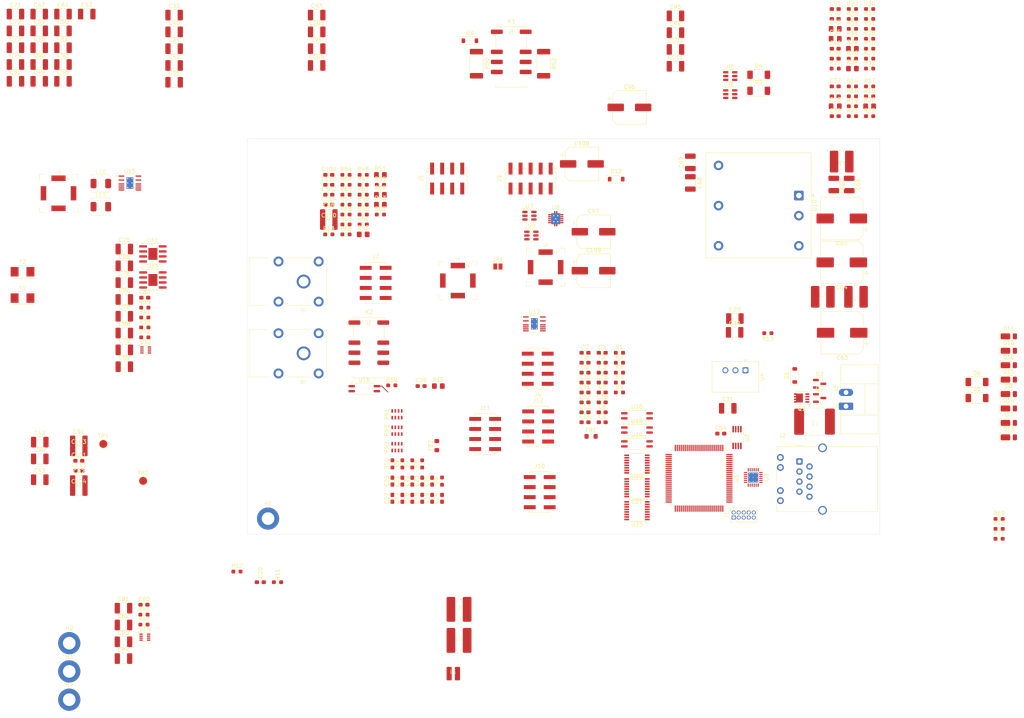
<source format=kicad_pcb>
(kicad_pcb (version 20241229) (generator "pcbnew") (generator_version "9.0")
  (layers (0 "F.Cu" signal) (2 "B.Cu" signal) (13 "F.Paste" user) (15 "B.Paste" user) (5 "F.SilkS" user "F.Silkscreen") (7 "B.SilkS" user "B.Silkscreen") (1 "F.Mask" user) (3 "B.Mask" user) (25 "Edge.Cuts" user))
  (net 0 "")
  (net 1 "GND")
  (net 2 "+3.3V")
  (net 3 "VDD")
  (net 4 "/Block Diagram/MCU/NRST")
  (net 5 "Net-(U1-PH0)")
  (net 6 "Net-(U1-PH1)")
  (net 7 "VDDA")
  (net 8 "Net-(U3-XTAL1{slash}CLKIN)")
  (net 9 "Net-(U3-XTAL2)")
  (net 10 "VCCQ")
  (net 11 "Net-(U3-VDDCR)")
  (net 12 "+24V")
  (net 13 "+24V_ISO")
  (net 14 "Net-(U5-INTVCC)")
  (net 15 "Net-(U6-INTVCC)")
  (net 16 "Net-(D11-A)")
  (net 17 "+44V_ISO")
  (net 18 "Net-(U6-SW)")
  (net 19 "Net-(U5-FBX)")
  (net 20 "/Block Diagram/Power/Power Isolated/High Voltage/+HV2")
  (net 21 "/Block Diagram/Power/Power Isolated/High Voltage/-HV2")
  (net 22 "Net-(U6-FBX)")
  (net 23 "/Block Diagram/Power/Power Isolated/High Voltage/+HV3")
  (net 24 "/Block Diagram/Power/Power Isolated/High Voltage/-HV3")
  (net 25 "/Block Diagram/Power/Power Isolated/High Voltage/+HV4")
  (net 26 "Net-(J3-Pin_1)")
  (net 29 "/Block Diagram/MCU/TCK_SWCLK")
  (net 31 "/Block Diagram/MCU/TMS_SWDIO")
  (net 33 "Net-(J2-Pad9)")
  (net 34 "Net-(J2-Pad11)")
  (net 36 "Earth")
  (net 37 "/Block Diagram/Ethernet/ETH_RXN")
  (net 38 "/Block Diagram/Ethernet/ETH_RXP")
  (net 39 "/Block Diagram/Ethernet/LED2")
  (net 40 "/Block Diagram/Ethernet/ETH_TXP")
  (net 41 "/Block Diagram/Ethernet/LED1")
  (net 42 "/Block Diagram/Ethernet/ETH_TXN")
  (net 43 "/Block Diagram/MCU/MCU_DEF")
  (net 44 "Net-(U1-BOOT0)")
  (net 45 "/Block Diagram/MCU/I2C1_SDA")
  (net 46 "/Block Diagram/MCU/I2C1_SCL")
  (net 47 "Net-(U3-RXER{slash}PHYAD0)")
  (net 48 "/Block Diagram/Ethernet/RMII_MDIO")
  (net 49 "Net-(U3-RBIAS)")
  (net 50 "Net-(C114-Pad1)")
  (net 51 "Net-(D6-A)")
  (net 52 "/Block Diagram/Ethernet/RMII_RXD1")
  (net 53 "/Block Diagram/Ethernet/REF_CLK")
  (net 54 "/Block Diagram/Ethernet/REFCLK0")
  (net 55 "/Block Diagram/Ethernet/RMII_RXD0")
  (net 56 "/Block Diagram/Ethernet/MODE0")
  (net 57 "/Block Diagram/Ethernet/RMII_CRS_DV")
  (net 58 "/Block Diagram/Ethernet/MODE1")
  (net 59 "/Block Diagram/Ethernet/MODE2")
  (net 70 "/Block Diagram/Isolation IO/DAC_SDIN")
  (net 75 "/Block Diagram/Isolation IO/SEL_x1")
  (net 79 "/Block Diagram/Isolation IO/AUX_SEL")
  (net 81 "/Block Diagram/Isolation IO/SEL_x10")
  (net 82 "/Block Diagram/Isolation IO/DAC_SCLK")
  (net 84 "/Block Diagram/Isolation IO/DAC_~{SYNC}")
  (net 93 "/Block Diagram/Isolation IO/DAC_SDO")
  (net 97 "/Block Diagram/Isolation IO/SEL_x100")
  (net 99 "/Block Diagram/Isolation IO/ADC_CURR_SDI")
  (net 102 "/Block Diagram/Isolation IO/ADC_CURR_SCLK")
  (net 104 "/Block Diagram/MCU/EEPROM_nWP")
  (net 105 "/Block Diagram/Isolation IO/ADC_CURR_~{CS}")
  (net 108 "/Block Diagram/Isolation IO/ADC_CURR_SDO")
  (net 109 "/Block Diagram/Isolation IO/MUX_A0")
  (net 122 "/Block Diagram/Ethernet/RMII_TXEN")
  (net 123 "/Block Diagram/Ethernet/RMII_TXD1")
  (net 124 "/Block Diagram/Ethernet/RMII_TXD0")
  (net 125 "/Block Diagram/Ethernet/RMII_MDC")
  (net 126 "+VA_ISO")
  (net 127 "+VD_ISO")
  (net 128 "Net-(U15-SS)")
  (net 129 "Net-(U15-INVTCC)")
  (net 130 "Net-(D4-A)")
  (net 131 "Net-(D15-A)")
  (net 132 "Net-(Q1-D)")
  (net 133 "Net-(U5-EN{slash}UVLO)")
  (net 134 "GND_ISO")
  (net 135 "Net-(U6-EN{slash}UVLO)")
  (net 136 "Net-(U9-INTVCC)")
  (net 137 "Net-(U9-SW)")
  (net 138 "Net-(U9-FBX)")
  (net 139 "Net-(U9-EN{slash}UVLO)")
  (net 140 "Net-(U15-EN{slash}UVLO)")
  (net 141 "Net-(U15-RT)")
  (net 142 "-21V_ISO")
  (net 143 "+21V_ISO")
  (net 144 "+7V_ISO")
  (net 145 "Net-(U15-VC)")
  (net 146 "Net-(R62-Pad2)")
  (net 147 "-41V_ISO")
  (net 148 "Net-(U13-SS)")
  (net 149 "+110V_ISO")
  (net 150 "-110V_ISO")
  (net 151 "Net-(U15-FBX)")
  (net 152 "/Block Diagram/Power/Power Isolated/High Voltage/-HV4")
  (net 153 "/Block Diagram/Power/Power Isolated/High Voltage/+HV1")
  (net 154 "/Block Diagram/Power/Power Isolated/High Voltage/-HV1")
  (net 156 "/Block Diagram/Isolation IO/ADC_VOLT_~{CS}")
  (net 157 "/Block Diagram/Isolation IO/MV_OUT_PMOS")
  (net 158 "/Block Diagram/Isolation IO/ADC_VOLT_SCLK")
  (net 159 "/Block Diagram/Isolation IO/ADC_VOLT_SDO")
  (net 160 "/Block Diagram/Isolation IO/MUX_A1")
  (net 161 "/Block Diagram/Isolation IO/LV_OUT_PMOS")
  (net 162 "/Block Diagram/Output/OUTPUT+")
  (net 163 "/Block Diagram/Output/OUTPUT-")
  (net 164 "/Block Diagram/Isolation IO/HV_OUT_PMOS")
  (net 165 "/Block Diagram/Isolation IO/MCU_SEL_x100")
  (net 166 "/Block Diagram/MCU/MCU_OUTPUT_RL_CTR")
  (net 167 "/Block Diagram/Isolation IO/MCU_DAC_SCLK")
  (net 168 "/Block Diagram/Isolation IO/MCU_LV_OUT_PMOS")
  (net 169 "/Block Diagram/Isolation IO/MCU_SEL_x10")
  (net 170 "/Block Diagram/Isolation IO/MCU_ADC_VOLT_~{CS}")
  (net 171 "/Block Diagram/Isolation IO/MCU_MV_OUT_PMOS")
  (net 172 "/Block Diagram/Isolation IO/MCU_DAC_SDIN")
  (net 173 "/Block Diagram/Isolation IO/MCU_AUX_SEL")
  (net 174 "/Block Diagram/Isolation IO/MCU_DAC_SDO")
  (net 175 "/Block Diagram/Isolation IO/MCU_DAC_~{SYNC}")
  (net 176 "/Block Diagram/Isolation IO/MCU_ADC_CURR_SDO")
  (net 177 "/Block Diagram/Isolation IO/MCU_ADC_CURR_~{CS}")
  (net 178 "/Block Diagram/Isolation IO/MCU_SEL_x1")
  (net 179 "/Block Diagram/Isolation IO/MCU_HV_OUT_PMOS")
  (net 180 "/Block Diagram/Isolation IO/MCU_ADC_VOLT_SCLK")
  (net 181 "/Block Diagram/Isolation IO/MCU_MUX_A1")
  (net 182 "/Block Diagram/Isolation IO/MCU_ADC_CURR_SDI")
  (net 183 "/Block Diagram/Isolation IO/MCU_ADC_VOLT_SDO")
  (net 184 "+5VD_ISO")
  (net 185 "/Block Diagram/Isolation IO/MCU_MUX_A0")
  (net 186 "/Block Diagram/Isolation IO/MCU_ADC_CURR_SCLK")
  (net 187 "Net-(R70-Pad2)")
  (net 188 "Net-(D3-A)")
  (net 189 "Net-(D5-A)")
  (net 190 "Net-(R71-Pad2)")
  (net 191 "Net-(J8-Pin_1)")
  (net 192 "Net-(U13-SENSE{slash}ADJ)")
  (net 193 "Net-(C5-Pad1)")
  (net 194 "Net-(C6-Pad1)")
  (net 195 "Net-(U7-SW)")
  (net 196 "Net-(U7-FBX)")
  (net 197 "Net-(D5-K)")
  (net 198 "Net-(U7-INTVCC)")
  (net 199 "Net-(U8-NR{slash}SS)")
  (net 200 "Net-(U8-INN)")
  (net 201 "Net-(C64-Pad1)")
  (net 202 "Net-(U10--Vin)")
  (net 203 "Net-(U10-+Vin)")
  (net 204 "Net-(U12-VCC)")
  (net 205 "Net-(U14-VCC)")
  (net 206 "Net-(D10-K)")
  (net 207 "Net-(C102-Pad1)")
  (net 208 "Net-(D14-K)")
  (net 209 "Net-(U17-SS)")
  (net 210 "Net-(U17-INVTCC)")
  (net 211 "Net-(D1-K)")
  (net 212 "Net-(D2-A)")
  (net 214 "Net-(D8-A)")
  (net 215 "Net-(D12-A)")
  (net 216 "Net-(D13-A)")
  (net 217 "Net-(J6-Pin_1)")
  (net 229 "Net-(K1-Pad3)")
  (net 231 "Net-(K1-Pad10)")
  (net 232 "Net-(U12-LX)")
  (net 233 "Net-(U14-LX)")
  (net 234 "Net-(R17-Pad2)")
  (net 235 "Net-(U7-EN{slash}UVLO)")
  (net 236 "Net-(R27-Pad2)")
  (net 237 "Net-(U8-FBN)")
  (net 238 "Net-(U8-BUF)")
  (net 239 "Net-(U8-FBP)")
  (net 240 "Net-(R30-Pad2)")
  (net 241 "Net-(R36-Pad2)")
  (net 242 "Net-(U11-SENSE{slash}ADJ)")
  (net 243 "Net-(U12-FB{slash}Vout)")
  (net 244 "Net-(U14-FB{slash}Vout)")
  (net 245 "Net-(R49-Pad2)")
  (net 246 "Net-(R58-Pad2)")
  (net 247 "Net-(U17-FBX)")
  (net 248 "Net-(U17-EN{slash}UVLO)")
  (net 249 "Net-(U17-VC)")
  (net 250 "Net-(U17-RT)")
  (net 251 "Net-(R69-Pad2)")
  (net 254 "Net-(U11-SS)")
  (footprint "ETH1CVOLT_A:74408063470" (layer "F.Cu") (at 128.6 168.05)
    (property "Reference" "L8")
    (property "Value" "74408063470")
  )
  (footprint "ETH1CVOLT_A:74489440068" (layer "F.Cu") (at 27.3 62.82)
    (property "Reference" "L3")
    (property "Value" "74489440068")
  )
  (footprint "Resistor_SMD:R_0603_1608Metric_Pad0.98x0.95mm_HandSolder" (layer "F.Cu") (at 265.1875 150.2)
    (property "Reference" "R71")
    (property "Value" "340")
  )
  (footprint "Resistor_SMD:R_0603_1608Metric_Pad0.98x0.95mm_HandSolder" (layer "F.Cu") (at 228.0875 43.32)
    (property "Reference" "R21")
    (property "Value" "DNP")
  )
  (footprint "Capacitor_SMD:C_0603_1608Metric_Pad1.08x0.95mm_HandSolder" (layer "F.Cu") (at 160.4625 108.18)
    (property "Reference" "C9")
    (property "Value" "0.1u")
  )
  (footprint "Capacitor_SMD:C_0603_1608Metric_Pad1.08x0.95mm_HandSolder" (layer "F.Cu") (at 164.8125 115.71)
    (property "Reference" "C16")
    (property "Value" "0.1u")
  )
  (footprint "Resistor_SMD:R_0603_1608Metric_Pad0.98x0.95mm_HandSolder" (layer "F.Cu") (at 100.0125 58.16)
    (property "Reference" "R54")
    (property "Value" "DNP")
  )
  (footprint "Capacitor_SMD:C_1210_3225Metric_Pad1.33x2.70mm_HandSolder" (layer "F.Cu") (at 198.3625 94.5)
    (property "Reference" "C29")
    (property "Value" "10u/100V")
  )
  (footprint "Resistor_SMD:R_0603_1608Metric_Pad0.98x0.95mm_HandSolder" (layer "F.Cu") (at 104.3625 63.18)
    (property "Reference" "R61")
    (property "Value" "20/200V")
  )
  (footprint "Connector_PinSocket_2.54mm:PinSocket_2x04_P2.54mm_Vertical_SMD" (layer "F.Cu") (at 107.52 85.49)
    (property "Reference" "J7")
    (property "Value" "Conn_02x04_Odd_Even")
  )
  (footprint "Resistor_SMD:R_0603_1608Metric_Pad0.98x0.95mm_HandSolder" (layer "F.Cu") (at 169.1625 105.67)
    (property "Reference" "R2")
    (property "Value" "0")
  )
  (footprint "Resistor_SMD:R_0603_1608Metric_Pad0.98x0.95mm_HandSolder" (layer "F.Cu") (at 232.4375 23.75)
    (property "Reference" "R28")
    (property "Value" "10k")
  )
  (footprint "Resistor_SMD:R_0805_2012Metric_Pad1.20x1.40mm_HandSolder" (layer "F.Cu") (at 232.4375 40.81)
    (property "Reference" "R20")
    (property "Value" "499k")
  )
  (footprint "Diode_SMD:D_PowerDI-123" (layer "F.Cu") (at 267.65 99)
    (property "Reference" "D11")
    (property "Value" "DFLS1150")
  )
  (footprint "Connector_Phoenix_MC:PhoenixContact_MC_1,5_2-GF-3.5_1x02_P3.50mm_Horizontal_ThreadedFlange" (layer "F.Cu") (at 226.4675 116.695 90)
    (property "Reference" "J3")
    (property "Value" "1843790")
  )
  (footprint "Capacitor_SMD:C_0603_1608Metric_Pad1.08x0.95mm_HandSolder" (layer "F.Cu") (at 160.4625 113.2)
    (property "Reference" "C11")
    (property "Value" "0.1u")
  )
  (footprint "Capacitor_SMD:C_1210_3225Metric_Pad1.33x2.70mm_HandSolder" (layer "F.Cu") (at 198.3 98)
    (property "Reference" "C30")
    (property "Value" "4u7/100V")
  )
  (footprint "ETH1CVOLT_A:05-08-1871_ADI" (layer "F.Cu") (at 45.359 60.229)
    (property "Reference" "U15")
    (property "Value" "LT8365")
  )
  (footprint "Capacitor_SMD:C_0603_1608Metric_Pad1.08x0.95mm_HandSolder" (layer "F.Cu") (at 164.8125 110.69)
    (property "Reference" "C15")
    (property "Value" "10u")
  )
  (footprint "Resistor_SMD:R_0603_1608Metric_Pad0.98x0.95mm_HandSolder" (layer "F.Cu") (at 232.4375 18.73)
    (property "Reference" "R37")
    (property "Value" "220")
  )
  (footprint "Capacitor_SMD:C_1210_3225Metric_Pad1.33x2.70mm_HandSolder" (layer "F.Cu") (at 22.4275 34.5)
    (property "Reference" "C49")
    (property "Value" "4u7/100V")
  )
  (footprint "Capacitor_SMD:C_1210_3225Metric_Pad1.33x2.70mm_HandSolder" (layer "F.Cu") (at 43.945 102.425)
    (property "Reference" "C79")
    (property "Value" "10u/100V")
  )
  (footprint "Connector_PinSocket_2.54mm:PinSocket_2x04_P2.54mm_Vertical_SMD" (layer "F.Cu") (at 135.2 123.7)
    (property "Reference" "J11")
    (property "Value" "Conn_02x04_Odd_Even")
  )
  (footprint "Capacitor_SMD:C_1210_3225Metric_Pad1.33x2.70mm_HandSolder" (layer "F.Cu") (at 183.3375 30.7)
    (property "Reference" "C111")
    (property "Value" "0.22u/200V")
  )
  (footprint "Diode_SMD:D_PowerDI-123" (layer "F.Cu") (at 267.65 106.3)
    (property "Reference" "D10")
    (property "Value" "DFLS1150")
  )
  (footprint "Capacitor_SMD:C_1210_3225Metric_Pad1.33x2.70mm_HandSolder" (layer "F.Cu") (at 32.4375 125.45)
    (property "Reference" "C91")
    (property "Value" "0.1u/200V")
  )
  (footprint "Resistor_SMD:R_0805_2012Metric_Pad1.20x1.40mm_HandSolder" (layer "F.Cu") (at 104.3625 73.22)
    (property "Reference" "R49")
    (property "Value" "499k/100V")
  )
  (footprint "Capacitor_SMD:C_0603_1608Metric_Pad1.08x0.95mm_HandSolder" (layer "F.Cu") (at 95.6625 60.67)
    (property "Reference" "C112")
    (property "Value" "0.22u")
  )
  (footprint "Capacitor_SMD:C_0603_1608Metric_Pad1.08x0.95mm_HandSolder" (layer "F.Cu") (at 160.4625 103.16)
    (property "Reference" "C7")
    (property "Value" "0.1u")
  )
  (footprint "Resistor_SMD:R_0805_2012Metric_Pad1.20x1.40mm_HandSolder" (layer "F.Cu") (at 228.0875 26.26)
    (property "Reference" "R24")
    (property "Value" "499k")
  )
  (footprint "Capacitor_SMD:C_1210_3225Metric_Pad1.33x2.70mm_HandSolder" (layer "F.Cu") (at 16.4175 21.75)
    (property "Reference" "C72")
    (property "Value" "10u/100V")
  )
  (footprint "Capacitor_SMD:CP_Elec_10x14.3" (layer "F.Cu") (at 225.4 80.3 180)
    (property "Reference" "C64")
    (property "Value" "220u/50V")
  )
  (footprint "Capacitor_SMD:C_1210_3225Metric_Pad1.33x2.70mm_HandSolder" (layer "F.Cu") (at 187.1 60.2 -90)
    (property "Reference" "C68")
    (property "Value" "10u/100V")
  )
  (footprint "Package_DFN_QFN:DFN-8_2x2mm_P0.5mm" (layer "F.Cu") (at 49.35 102.45)
    (property "Reference" "U12")
    (property "Value" "MAX15062C")
  )
  (footprint "Capacitor_SMD:CP_Elec_8x11.9" (layer "F.Cu") (at 171.7 41.1)
    (property "Reference" "C96")
    (property "Value" "AEF08124R7M400R")
  )
  (footprint "Resistor_SMD:R_Array_Concave_4x0603" (layer "F.Cu") (at 112.9 118.7175 90)
    (property "Reference" "RN1")
    (property "Value" "EXB-38V510JV")
  )
  (footprint "ETH1CVOLT_A:NX5032GA" (layer "F.Cu") (at 18.2 89.33)
    (property "Reference" "Y1")
    (property "Value" "NX5032GA-16")
  )
  (footprint "Capacitor_SMD:C_1210_3225Metric_Pad1.33x2.70mm_HandSolder" (layer "F.Cu") (at 28.4375 30.25)
    (property "Reference" "C53")
    (property "Value" "10u/100V")
  )
  (footprint "Resistor_SMD:R_0805_2012Metric_Pad1.20x1.40mm_HandSolder" (layer "F.Cu") (at 228.0875 31.28)
    (property "Reference" "R34")
    (property "Value" "499k")
  )
  (footprint "Resistor_SMD:R_0603_1608Metric_Pad0.98x0.95mm_HandSolder" (layer "F.Cu") (at 100.0125 65.69)
    (property "Reference" "R57")
    (property "Value" "107k")
  )
  (footprint "Capacitor_SMD:C_1210_3225Metric_Pad1.33x2.70mm_HandSolder" (layer "F.Cu") (at 187.1 55 90)
    (property "Reference" "C69")
    (property "Value" "4u7/100V")
  )
  (footprint "Diode_SMD:D_SOD-128" (layer "F.Cu") (at 204.395 36.9)
    (property "Reference" "D3")
    (property "Value" "PMEG6010EP,115")
  )
  (footprint "Resistor_SMD:R_0805_2012Metric_Pad1.20x1.40mm_HandSolder" (layer "F.Cu") (at 108.7125 58.16)
    (property "Reference" "R51")
    (property "Value" "499k/100V")
  )
  (footprint "Resistor_SMD:R_0603_1608Metric_Pad0.98x0.95mm_HandSolder" (layer "F.Cu") (at 169.1625 113.2)
    (property "Reference" "R4")
    (property "Value" "4k7")
  )
  (footprint "Resistor_SMD:R_0603_1608Metric_Pad0.98x0.95mm_HandSolder" (layer "F.Cu") (at 228.0875 28.77)
    (property "Reference" "R26")
    (property "Value" "41k2")
  )
  (footprint "Package_SO:SOP-4_4.4x2.6mm_P1.27mm" (layer "F.Cu") (at 104.6375 112.235)
    (property "Reference" "U16")
    (property "Value" "TCMT1103")
  )
  (footprint "Resistor_SMD:R_0603_1608Metric_Pad0.98x0.95mm_HandSolder" (layer "F.Cu") (at 119.28 131.2675 90)
    (property "Reference" "R8")
    (property "Value" "560")
  )
  (footprint "Capacitor_SMD:C_1210_3225Metric_Pad1.33x2.70mm_HandSolder" (layer "F.Cu") (at 43.7375 172)
    (property "Reference" "C82")
    (property "Value" "10u/100V")
  )
  (footprint "Resistor_SMD:R_0603_1608Metric_Pad0.98x0.95mm_HandSolder" (layer "F.Cu") (at 48.9175 169.39)
    (property "Reference" "R43")
    (property "Value" "0")
  )
  (footprint "Resistor_SMD:R_0603_1608Metric_Pad0.98x0.95mm_HandSolder" (layer "F.Cu") (at 100.0125 60.67)
    (property "Reference" "R64")
    (property "Value" "0")
  )
  (footprint "Capacitor_SMD:C_0603_1608Metric_Pad1.08x0.95mm_HandSolder" (layer "F.Cu") (at 95.6625 63.18)
    (property "Reference" "C102")
    (property "Value" "1n8")
  )
  (footprint "TestPoint:TestPoint_Pad_D2.0mm" (layer "F.Cu") (at 48.7 135.56)
    (property "Reference" "TP2")
    (property "Value" "TestPoint")
  )
  (footprint "Resistor_SMD:R_0603_1608Metric_Pad0.98x0.95mm_HandSolder" (layer "F.Cu") (at 232.4375 16.22)
    (property "Reference" "R36")
    (property "Value" "19k6")
  )
  (footprint "Capacitor_SMD:C_0603_1608Metric_Pad1.08x0.95mm_HandSolder" (layer "F.Cu") (at 124.3 139.9675 90)
    (property "Reference" "C24")
    (property "Value" "1u")
  )
  (footprint "Connector_RJ:RJ45_Wuerth_7499010121A_Horizontal" (layer "F.Cu") (at 214.7 130.655)
    (property "Reference" "J2")
    (property "Value" "RJ45_Wuerth_7499010121A")
  )
  (footprint "Resistor_SMD:R_0603_1608Metric_Pad0.98x0.95mm_HandSolder" (layer "F.Cu") (at 100.0125 70.71)
    (property "Reference" "R56")
    (property "Value" "44k2")
  )
  (footprint "Resistor_SMD:R_0603_1608Metric_Pad0.98x0.95mm_HandSolder" (layer "F.Cu") (at 111.75 131.2675 90)
    (property "Reference" "R10")
    (property "Value" "10k")
  )
  (footprint "Capacitor_SMD:C_1210_3225Metric_Pad1.33x2.70mm_HandSolder" (layer "F.Cu") (at 92.5925 30.5)
    (property "Reference" "C106")
    (property "Value" "10u/100V")
  )
  (footprint "Capacitor_SMD:C_1210_3225Metric_Pad1.33x2.70mm_HandSolder" (layer "F.Cu") (at 32.4375 135.49)
    (property "Reference" "C92")
    (property "Value" "0.1u/200V")
  )
  (footprint "ETH1CVOLT_A:74489440068" (layer "F.Cu") (at 128.3 84.9)
    (property "Reference" "L4")
    (property "Value" "74489440068")
  )
  (footprint "Capacitor_SMD:C_1210_3225Metric_Pad1.33x2.70mm_HandSolder" (layer "F.Cu") (at 28.4375 26)
    (property "Reference" "C62")
    (property "Value" "10u/100V")
  )
  (footprint "Capacitor_SMD:C_0805_2012Metric_Pad1.18x1.45mm_HandSolder" (layer "F.Cu") (at 223.7375 40.81)
    (property "Reference" "C38")
    (property "Value" "1u/100V")
  )
  (footprint "Capacitor_SMD:C_0603_1608Metric_Pad1.08x0.95mm_HandSolder" (layer "F.Cu") (at 111.75 139.9675 90)
    (property "Reference" "C27")
    (property "Value" "8p")
  )
  (footprint "Resistor_SMD:R_0603_1608Metric_Pad0.98x0.95mm_HandSolder" (layer "F.Cu") (at 228.0875 23.75)
    (property "Reference" "R35")
    (property "Value" "DNP")
  )
  (footprint "Diode_SMD:D_PowerDI-123" (layer "F.Cu") (at 267.65 109.95)
    (property "Reference" "D15")
    (property "Value" "DFLS1150")
  )
  (footprint "Capacitor_SMD:C_1210_3225Metric_Pad1.33x2.70mm_HandSolder" (layer "F.Cu") (at 43.945 81.175)
    (property "Reference" "C85")
    (property "Value" "4u7/100V")
  )
  (footprint "Capacitor_SMD:C_0603_1608Metric_Pad1.08x0.95mm_HandSolder" (layer "F.Cu") (at 121.79 135.6175 90)
    (property "Reference" "C26")
    (property "Value" "0.1u")
  )
  (footprint "Capacitor_SMD:C_0603_1608Metric_Pad1.08x0.95mm_HandSolder" (layer "F.Cu") (at 164.8125 108.18)
    (property "Reference" "C3")
    (property "Value" "8p")
  )
  (footprint "Capacitor_SMD:C_1210_3225Metric_Pad1.33x2.70mm_HandSolder" (layer "F.Cu") (at 28.4375 17.5)
    (property "Reference" "C61")
    (property "Value" "4u7/100V")
  )
  (footprint "Connector_PinHeader_1.27mm:PinHeader_2x05_P1.27mm_Vertical" (layer "F.Cu") (at 198.06 144.835 90)
    (property "Reference" "J1")
    (property "Value" "20021111-00010T4LF")
  )
  (footprint "Resistor_SMD:R_0603_1608Metric_Pad0.98x0.95mm_HandSolder" (layer "F.Cu") (at 228.0875 35.79)
    (property "Reference" "R14")
    (property "Value" "0")
  )
  (footprint "Capacitor_SMD:C_1210_3225Metric_Pad1.33x2.70mm_HandSolder" (layer "F.Cu") (at 223.375 60.6 -90)
    (property "Reference" "C67")
    (property "Value" "10u/100V")
  )
  (footprint "Capacitor_SMD:C_1210_3225Metric_Pad1.33x2.70mm_HandSolder" (layer "F.Cu") (at 43.7375 167.75)
    (property "Reference" "C81")
    (property "Value" "4u7/100V")
  )
  (footprint "Capacitor_SMD:C_1210_3225Metric_Pad1.33x2.70mm_HandSolder" (layer "F.Cu") (at 43.945 76.925)
    (property "Reference" "C75")
    (property "Value" "4u7/100V")
  )
  (footprint "Capacitor_SMD:C_0603_1608Metric_Pad1.08x0.95mm_HandSolder" (layer "F.Cu") (at 194.8 123.6)
    (property "Reference" "C54")
    (property "Value" "C")
  )
  (footprint "Package_SO:SOP-4_4.4x2.6mm_P1.27mm" (layer "F.Cu") (at 173.6 119.1)
    (property "Reference" "U20")
    (property "Value" "TCMT1103")
  )
  (footprint "Package_SO:SOIC-8-1EP_3.9x4.9mm_P1.27mm_EP2.29x3mm" (layer "F.Cu") (at 51.175 84.745)
    (property "Reference" "U13")
    (property "Value" "ADP7142ARDZ-5.0")
  )
  (footprint "MountingHole:MountingHole_3.2mm_M3_DIN965_Pad_TopBottom" (layer "F.Cu") (at 30.02 176.6)
    (property "Reference" "H2")
    (property "Value" "MountingHole")
  )
  (footprint "Package_TO_SOT_SMD:TSOT-23-6" (layer "F.Cu") (at 146.9 73.5)
    (property "Reference" "U9")
    (property "Value" "LT8330_S6")
  )
  (footprint "Capacitor_SMD:CP_Elec_8x11.9" (layer "F.Cu") (at 162.625 82.4)
    (property "Reference" "C109")
    (property "Value" "AEK0812100M250R")
  )
  (footprint "Resistor_SMD:R_0603_1608Metric_Pad0.98x0.95mm_HandSolder" (layer "F.Cu") (at 104.3625 58.16)
    (property "Reference" "R48")
    (property "Value" "20/200V")
  )
  (footprint "Capacitor_SMD:C_1210_3225Metric_Pad1.33x2.70mm_HandSolder" (layer "F.Cu") (at 92.5925 22)
    (property "Reference" "C105")
    (property "Value" "4u7/100V")
  )
  (footprint "Resistor_SMD:R_0603_1608Metric_Pad0.98x0.95mm_HandSolder" (layer "F.Cu") (at 100.0125 63.18)
    (property "Reference" "R65")
    (property "Value" "DNP")
  )
  (footprint "Capacitor_SMD:C_0603_1608Metric_Pad1.08x0.95mm_HandSolder" (layer "F.Cu") (at 48.9175 166.88)
    (property "Reference" "C90")
    (property "Value" "1u")
  )
  (footprint "Resistor_SMD:R_0603_1608Metric_Pad0.98x0.95mm_HandSolder" (layer "F.Cu") (at 232.4375 43.32)
    (property "Reference" "R22")
    (property "Value" "10k")
  )
  (footprint "Capacitor_SMD:C_1210_3225Metric_Pad1.33x2.70mm_HandSolder" (layer "F.Cu") (at 22.4275 26)
    (property "Reference" "C48")
    (property "Value" "10u/100V")
  )
  (footprint "Diode_SMD:D_PowerDI-123" (layer "F.Cu") (at 267.65 102.65)
    (property "Reference" "D16")
    (property "Value" "DFLS1150")
  )
  (footprint "Capacitor_SMD:C_1210_3225Metric_Pad1.33x2.70mm_HandSolder" (layer "F.Cu") (at 43.7375 176.25)
    (property "Reference" "C83")
    (property "Value" "4u7/100V")
  )
  (footprint "Resistor_SMD:R_0603_1608Metric_Pad0.98x0.95mm_HandSolder" (layer "F.Cu") (at 104.3625 65.69)
    (property "Reference" "R59")
    (property "Value" "20/200V")
  )
  (footprint "Capacitor_SMD:C_1210_3225Metric_Pad1.33x2.70mm_HandSolder" (layer "F.Cu") (at 43.945 106.675)
    (property "Reference" "C89")
    (property "Value" "10u/100V")
  )
  (footprint "Package_SO:SSOP-16_3.9x4.9mm_P0.635mm" (layer "F.Cu") (at 173.6 143.1 180)
    (property "Reference" "U23")
    (property "Value" "ISO7761FDBQ")
  )
  (footprint "Inductor_SMD:L_0805_2012Metric_Pad1.05x1.20mm_HandSolder" (layer "F.Cu") (at 122.98 126.6375 90)
    (property "Reference" "FB2")
    (property "Value" "742792031")
  )
  (footprint "Connector_PinSocket_2.54mm:PinSocket_2x05_P2.54mm_Vertical_SMD" (layer "F.Cu") (at 146.7 59.1 90)
    (property "Reference" "J9")
    (property "Value" "Conn_02x05_Odd_Even")
  )
  (footprint "Converter_DCDC:Converter_DCDC_TRACO_THL30-xxxxWI_THT" (layer "F.Cu") (at 214.5475 63.4 -90)
    (property "Reference" "U10")
    (property "Value" "THL30-2415WI")
  )
  (footprint "Capacitor_SMD:C_1210_3225Metric_Pad1.33x2.70mm_HandSolder" (layer "F.Cu") (at 183.3375 22.2)
    (property "Reference" "C99")
    (property "Value" "0.22u/200V")
  )
  (footprint "Resistor_SMD:R_0603_1608Metric_Pad0.98x0.95mm_HandSolder" (layer "F.Cu") (at 100.0125 68.2)
    (property "Reference" "R68")
    (property "Value" "107k")
  )
  (footprint "Resistor_SMD:R_Array_Concave_4x0603" (layer "F.Cu") (at 112.9 122.8675 90)
    (property "Reference" "RN3")
    (property "Value" "EXB-V8V103JV")
  )
  (footprint "Capacitor_SMD:C_1210_3225Metric_Pad1.33x2.70mm_HandSolder" (layer "F.Cu") (at 43.945 89.675)
    (property "Reference" "C86")
    (property "Value" "10u/100V")
  )
  (footprint "Capacitor_SMD:C_1210_3225Metric_Pad1.33x2.70mm_HandSolder" (layer "F.Cu") (at 56.5425 26.25)
    (property "Reference" "C34")
    (property "Value" "10u/100V")
  )
  (footprint "Resistor_SMD:R_0603_1608Metric_Pad0.98x0.95mm_HandSolder" (layer "F.Cu") (at 72.43 158.49)
    (property "Reference" "R12")
    (property "Value" "100k")
  )
  (footprint "Resistor_SMD:R_0603_1608Metric_Pad0.98x0.95mm_HandSolder" (layer "F.Cu") (at 111.5875 111.4)
    (property "Reference" "R58")
    (property "Value" "340")
  )
  (footprint "Resistor_SMD:R_0603_1608Metric_Pad0.98x0.95mm_HandSolder" (layer "F.Cu") (at 232.4375 38.3)
    (property "Reference" "R18")
    (property "Value" "100")
  )
  (footprint "Capacitor_SMD:C_1210_3225Metric_Pad1.33x2.70mm_HandSolder" (layer "F.Cu") (at 43.945 98.175)
    (property "Reference" "C88")
    (property "Value" "4u7/100V")
  )
  (footprint "Capacitor_SMD:C_0603_1608Metric_Pad1.08x0.95mm_HandSolder" (layer "F.Cu") (at 223.7375 26.26)
    (property "Reference" "C46")
    (property "Value" "4p7")
  )
  (footprint "Capacitor_SMD:C_0603_1608Metric_Pad1.08x0.95mm_HandSolder" (layer "F.Cu") (at 164.8125 103.16)
    (property "Reference" "C1")
    (property "Value" "0.1u")
  )
  (footprint "Capacitor_SMD:C_1210_3225Metric_Pad1.33x2.70mm_HandSolder" (layer "F.Cu") (at 95.6625 68.2)
    (property "Reference" "C98")
    (property "Value" "0.1u/200V")
  )
  (footprint "Resistor_SMD:R_0603_1608Metric_Pad0.98x0.95mm_HandSolder" (layer "F.Cu") (at 104.3625 70.71)
    (property "Reference" "R60")
    (property "Value" "47/200V")
  )
  (footprint "Package_SO:MSOP-8_3x3mm_P0.65mm" (layer "F.Cu") (at 198.9 124.6 -90)
    (property "Reference" "U2")
    (property "Value" "24LC08B-E/MS")
  )
  (footprint "Capacitor_SMD:C_1210_3225Metric_Pad1.33x2.70mm_HandSolder" (layer "F.Cu") (at 56.5425 17.75)
    (property "Reference" "C33")
    (property "Value" "4u7/100V")
  )
  (footprint "MountingHole:MountingHole_3.2mm_M3_DIN965_Pad_TopBottom" (layer "F.Cu") (at 30.02 190.9)
    (property "Reference" "H4")
    (property "Value" "MountingHole")
  )
  (footprint "ETH1CVOLT_A:74437324100" (layer "F.Cu") (at 38.009 66.209)
    (property "Reference" "L11")
    (property "Value" "74437324100")
  )
  (footprint "Capacitor_SMD:C_0603_1608Metric_Pad1.08x0.95mm_HandSolder" (layer "F.Cu") (at 121.79 139.9675 90)
    (property "Reference" "C19")
    (property "Value" "1u")
  )
  (footprint "ETH1CVOLT_A:74437324100" (layer "F.Cu") (at 38.009 60.359)
    (property "Reference" "L10")
    (property "Value" "74437324100")
  )
  (footprint "Resistor_SMD:R_0603_1608Metric_Pad0.98x0.95mm_HandSolder" (layer "F.Cu") (at 169.1625 108.18)
    (property "Reference" "R5")
    (property "Value" "10k")
  )
  (footprint "Diode_SMD:D_SOD-128" (layer "F.Cu") (at 259.6 110.55)
    (property "Reference" "D6")
    (property "Value" "PMEG6010EP,115")
  )
  (footprint "Capacitor_SMD:C_0603_1608Metric_Pad1.08x0.95mm_HandSolder" (layer "F.Cu") (at 116.77 139.9675 90)
    (property "Reference" "C28")
    (property "Value" "8p")
  )
  (footprint "ETH1CVOLT_A:NX5032GA" (layer "F.Cu") (at 18.2 82.66)
    (property "Reference" "Y2")
    (property "Value" "NX5032GA-25")
  )
  (footprint "ETH1CVOLT_A:05-08-1871_ADI" (layer "F.Cu") (at 147.65 95.85)
    (property "Reference" "U17")
    (property "Value" "LT8365")
  )
  (footprint "Capacitor_SMD:C_1210_3225Metric_Pad1.33x2.70mm_HandSolder" (layer "F.Cu") (at 183.3375 17.95)
    (property "Reference" "C95")
    (property "Value" "0.22u/200V")
  )
  (footprint "Resistor_SMD:R_2512_6332Metric_Pad1.40x3.35mm_HandSolder" (layer "F.Cu") (at 150 30.05 -90)
    (property "Reference" "R52")
    (property "Value" "10k/2W")
  )
  (footprint "Capacitor_SMD:C_1210_3225Metric_Pad1.33x2.70mm_HandSolder" (layer "F.Cu") (at 183.3375 26.45)
    (property "Reference" "C107")
    (property "Value" "0.22u/200V")
  )
  (footprint "Capacitor_SMD:C_1210_3225Metric_Pad1.33x2.70mm_HandSolder" (layer "F.Cu") (at 56.5425 30.5)
    (property "Reference" "C41")
    (property "Value" "10u/100V")
  )
  (footprint "Capacitor_SMD:C_1210_3225Metric_Pad1.33x2.70mm_HandSolder" (layer "F.Cu") (at 22.4275 17.5)
    (property "Reference" "C47")
    (property "Value" "4u7/100V")
  )
  (footprint "Capacitor_SMD:C_0603_1608Metric_Pad1.08x0.95mm_HandSolder" (layer "F.Cu") (at 119.28 139.9675 90)
    (property "Reference" "C18")
    (property "Value" "1u")
  )
  (footprint "Capacitor_SMD:C_0603_1608Metric_Pad1.08x0.95mm_HandSolder" (layer "F.Cu") (at 164.8125 113.2)
    (property "Reference" "C5")
    (property "Value" "2u2")
  )
  (footprint "Capacitor_SMD:C_0603_1608Metric_Pad1.08x0.95mm_HandSolder" (layer "F.Cu") (at 116.77 135.6175 90)
    (property "Reference" "C22")
    (property "Value" "0.1u")
  )
  (footprint "Capacitor_SMD:C_0603_1608Metric_Pad1.08x0.95mm_HandSolder" (layer "F.Cu") (at 32.4375 130.47)
    (property "Reference" "C101")
    (property "Value" "1u")
  )
  (footprint "Capacitor_SMD:C_1210_3225Metric_Pad1.33x2.70mm_HandSolder" (layer "F.Cu") (at 56.5425 22)
    (property "Reference" "C40")
    (property "Value" "4u7/100V")
  )
  (footprint "Capacitor_SMD:C_1210_3225Metric_Pad1.33x2.70mm_HandSolder" (layer "F.Cu") (at 16.4175 26)
    (property "Reference" "C73")
    (property "Value" "4u7/100V")
  )
  (footprint "Capacitor_SMD:C_0603_1608Metric_Pad1.08x0.95mm_HandSolder" (layer "F.Cu") (at 160.4625 115.71)
    (property "Reference" "C12")
    (property "Value" "0.1u")
  )
  (footprint "Connector_PinSocket_2.54mm:PinSocket_2x04_P2.54mm_Vertical_SMD" (layer "F.Cu") (at 149 138.4)
    (property "Reference" "J10")
    (property "Value" "Conn_02x04_Odd_Even")
  )
  (footprint "Resistor_SMD:R_0805_2012Metric_Pad1.20x1.40mm_HandSolder" (layer "F.Cu") (at 108.7125 63.18)
    (property "Reference" "R62")
    (property "Value" "499k/100V")
  )
  (footprint "Package_TO_SOT_SMD:SOT-23" (layer "F.Cu") (at 219.8 114.6)
    (property "Reference" "Q2")
    (property "Value" "MMBT3904")
  )
  (footprint "MountingHole:MountingHole_3.2mm_M3_DIN965_Pad_TopBottom" (layer "F.Cu") (at 30.02 183.75)
    (property "Reference" "H3")
    (property "Value" "MountingHole")
  )
  (footprint "Relay_SMD:Relay_DPDT_Kemet_EE2_NU" (layer "F.Cu") (at 105.7875 101.87)
    (property "Reference" "K2")
    (property "Value" "EE2-5NU")
  )
  (footprint "Capacitor_SMD:C_1210_3225Metric_Pad1.33x2.70mm_HandSolder" (layer "F.Cu") (at 34.4475 17.5)
    (property "Reference" "C57")
    (property "Value" "10u/100V")
  )
  (footprint "Resistor_SMD:R_0603_1608Metric_Pad0.98x0.95mm_HandSolder" (layer "F.Cu") (at 82.69 161.18)
    (property "Reference" "R11")
    (property "Value" "1k4")
  )
  (footprint "Resistor_SMD:R_0603_1608Metric_Pad0.98x0.95mm_HandSolder" (layer "F.Cu") (at 49.125 96.755)
    (property "Reference" "R38")
    (property "Value" "0")
  )
  (footprint "Package_DFN_QFN:VQFN-24-1EP_4x4mm_P0.5mm_EP2.5x2.5mm_ThermalVias" (layer "F.Cu") (at 203 134.6875 -90)
    (property "Reference" "U3")
    (property "Value" "LAN8742A")
  )
  (footprint "Diode_SMD:D_PowerDI-123" (layer "F.Cu") (at 267.65 113.6)
    (property "Reference" "D8")
    (property "Value" "DFLS1150")
  )
  (footprint "Diode_SMD:D_PowerDI-123" (layer "F.Cu") (at 267.65 124.55)
    (property "Reference" "D13")
    (property "Value" "DFLS1150")
  )
  (footprint "Capacitor_SMD:C_0603_1608Metric_Pad1.08x0.95mm_HandSolder" (layer "F.Cu") (at 223.7375 28.77)
    (property "Reference" "C58")
    (property "Value" "4p7")
  )
  (footprint "ETH1CVOLT_A:744774022" (layer "F.Cu") (at 229 89 180)
    (property "Reference" "L5")
    (property "Value" "744774022")
  )
  (footprint "Resistor_SMD:R_0603_1608Metric_Pad0.98x0.95mm_HandSolder" (layer "F.Cu") (at 228.0875 21.24)
    (property "Reference" "R33")
    (property "Value" "0")
  )
  (footprint "Resistor_SMD:R_0603_1608Metric_Pad0.98x0.95mm_HandSolder" (layer "F.Cu") (at 232.4375 31.28)
    (property "Reference" "R32")
    (property "Value" "2k4")
  )
  (footprint "Capacitor_SMD:C_0603_1608Metric_Pad1.08x0.95mm_HandSolder" (layer "F.Cu") (at 223.7375 43.32)
    (property "Reference" "C32")
    (property "Value" "4p7")
  )
  (footprint "Capacitor_SMD:C_1210_3225Metric_Pad1.33x2.70mm_HandSolder" (layer "F.Cu") (at 43.7375 180.5)
    (property "Reference" "C84")
    (property "Value" "10u/100V")
  )
  (footprint "Capacitor_SMD:C_1210_3225Metric_Pad1.33x2.70mm_HandSolder" (layer "F.Cu") (at 22.5625 130)
    (property "Reference" "C36")
    (property "Value" "10u/100V")
  )
  (footprint "Capacitor_SMD:C_0603_1608Metric_Pad1.08x0.95mm_HandSolder" (layer "F.Cu") (at 95.6625 58.16)
    (property "Reference" "C100")
    (property "Value" "0.22u")
  )
  (footprint "Capacitor_SMD:C_0603_1608Metric_Pad1.08x0.95mm_HandSolder" (layer "F.Cu") (at 119.0125 111.585)
    (property "Reference" "C39")
    (property "Value" "4p7")
  )
  (footprint "Capacitor_SMD:C_0603_1608Metric_Pad1.08x0.95mm_HandSolder" (layer "F.Cu") (at 164.8125 120.73)
    (property "Reference" "C4")
    (property "Value" "0.1u")
  )
  (footprint "Capacitor_SMD:C_0603_1608Metric_Pad1.08x0.95mm_HandSolder" (layer "F.Cu") (at 160.4625 110.69)
    (property "Reference" "C10")
    (property "Value" "0.1u")
  )
  (footprint "ETH1CVOLT_A:S16N-PC" (layer "F.Cu") (at 89.3 103.3 180)
    (property "Reference" "J8")
    (property "Value" "FCR7350B")
  )
  (footprint "Package_TO_SOT_SMD:TSOT-23-6" (layer "F.Cu") (at 146.4 68.5)
    (property "Reference" "U7")
    (property "Value" "LT8330_S6")
  )
  (footprint "Resistor_SMD:R_0603_1608Metric_Pad0.98x0.95mm_HandSolder" (layer "F.Cu") (at 232.4375 35.79)
    (property "Reference" "R17")
    (property "Value" "18k7")
  )
  (footprint "Resistor_SMD:R_0805_2012Metric_Pad1.20x1.40mm_HandSolder" (layer "F.Cu") (at 123.3625 111.585)
    (property "Reference" "R15")
    (property "Value" "499k")
  )
  (footprint "Package_SO:SOP-4_4.4x2.6mm_P1.27mm" (layer "F.Cu") (at 173.6 122.7)
    (property "Reference" "U18")
    (property "Value" "TCMT1103")
  )
  (footprint "Capacitor_SMD:C_1210_3225Metric_Pad1.33x2.70mm_HandSolder" (layer "F.Cu") (at 32.4375 138)
    (property "Reference" "C104")
    (property "Value" "0.1u/200V")
  )
  (footprint "Package_DFN_QFN:DFN-8_2x2mm_P0.5mm" (layer "F.Cu") (at 49.1425 175.085)
    (property "Reference" "U14")
    (property "Value" "MAX15062B")
  )
  (footprint "Diode_SMD:D_SOD-123" (layer "F.Cu") (at 168.35 59.25)
    (property "Reference" "D12")
    (property "Value" "1N4148W")
  )
  (footprint "Connector_PinSocket_2.54mm:PinSocket_2x04_P2.54mm_Vertical_SMD" (layer "F.Cu") (at 148.6 121.8)
    (property "Reference" "J12")
    (property "Value" "Conn_02x04_Odd_Even")
  )
  (footprint "Resistor_SMD:R_0603_1608Metric_Pad0.98x0.95mm_HandSolder" (layer "F.Cu") (at 265.1875 145.18)
    (property "Reference" "R69")
    (property "Value" "340")
  )
  (footprint "Capacitor_SMD:C_1210_3225Metric_Pad1.33x2.70mm_HandSolder" (layer "F.Cu") (at 22.5625 125.75)
    (property "Reference" "C42")
    (property "Value" "4u7/100V")
  )
  (footprint "Resistor_SMD:R_0603_1608Metric_Pad0.98x0.95mm_HandSolder" (layer "F.Cu") (at 206.7 98.2 180)
    (property "Reference" "R13")
    (property "Value" "100k")
  )
  (footprint "Resistor_SMD:R_0603_1608Metric_Pad0.98x0.95mm_HandSolder" (layer "F.Cu") (at 48.9175 171.9)
    (property "Reference" "R45")
    (property "Value" "10k")
  )
  (footprint "Resistor_SMD:R_0805_2012Metric_Pad1.20x1.40mm_HandSolder" (layer "F.Cu") (at 108.7125 65.69)
    (property "Reference" "R63")
    (property "Value" "499k/100V")
  )
  (footprint "Resistor_SMD:R_0603_1608Metric_Pad0.98x0.95mm_HandSolder" (layer "F.Cu") (at 116.77 131.2675 90)
    (property "Reference" "R7")
    (property "Value" "560")
  )
  (footprint "Capacitor_SMD:CP_Elec_10x14.3" (layer "F.Cu") (at 225.4 69.2 180)
    (property "Reference" "C65")
    (property "Value" "220u/50V")
  )
  (footprint "Capacitor_SMD:C_0603_1608Metric_Pad1.08x0.95mm_HandSolder" (layer "F.Cu") (at 114.26 139.9675 90)
    (property "Reference" "C17")
    (property "Value" "0.1u")
  )
  (footprint "Resistor_SMD:R_0603_1608Metric_Pad0.98x0.95mm_HandSolder" (layer "F.Cu") (at 232.4375 28.77)
    (property "Reference" "R29")
    (property "Value" "1k4")
  )
  (footprint "Capacitor_SMD:C_1210_3225Metric_Pad1.33x2.70mm_HandSolder" (layer "F.Cu") (at 22.5625 135.26)
    (property "Reference" "C43")
    (property "Value" "10u/100V")
  )
  (footprint "Package_SO:Vishay_PowerPAK_1212-8_Single" (layer "F.Cu") (at 215.2575 114.6 180)
    (property "Reference" "Q1")
    (property "Value" "SiS443DN")
  )
  (footprint "Resistor_SMD:R_0603_1608Metric_Pad0.98x0.95mm_HandSolder" (layer "F.Cu") (at 232.4375 26.26)
    (property "Reference" "R30")
    (property "Value" "174k")
  )
  (footprint "Capacitor_SMD:C_0603_1608Metric_Pad1.08x0.95mm_HandSolder" (layer "F.Cu") (at 164.8125 105.67)
    (property "Reference" "C2")
    (property "Value" "8p")
  )
  (footprint "Relay_SMD:Relay_DPDT_Kemet_EE2_NU" (layer "F.Cu") (at 141.805 28.33)
    (property "Reference" "K1")
    (property "Value" "EE2-3NU")
  )
  (footprint "Capacitor_SMD:C_0603_1608Metric_Pad1.08x0.95mm_HandSolder" (layer "F.Cu") (at 119.28 135.6175 90)
    (property "Reference" "C23")
    (property "Value" "0.1u")
  )
  (footprint "Capacitor_SMD:C_1210_3225Metric_Pad1.33x2.70mm_HandSolder" (layer "F.Cu") (at 227.275 60.6 -90)
    (property "Reference" "C66")
    (property "Value" "10u/100V")
  )
  (footprint "ETH1CVOLT_A:74438335068" (layer "F.Cu") (at 127.15 184.3)
    (property "Reference" "L1")
    (property "Value" "74438335068")
  )
  (footprint "Resistor_SMD:R_0603_1608Metric_Pad0.98x0.95mm_HandSolder" (layer "F.Cu") (at 49.125 91.735)
    (property "Reference" "R39")
    (property "Value" "68k")
  )
  (footprint "Capacitor_SMD:C_0603_1608Metric_Pad1.08x0.95mm_HandSolder" (layer "F.Cu") (at 223.7375 38.3)
    (property "Reference" "C44")
    (property "Value" "1u")
  )
  (footprint "Package_SON:Texas_S-PVSON-N10_ThermalVias" (layer "F.Cu") (at 153.06 69.25)
    (property "Reference" "U8")
    (property "Value" "TPS7A39")
  )
  (footprint "Diode_SMD:D_PowerDI-123" (layer "F.Cu") (at 267.65 120.9)
    (property "Reference" "D7")
    (property "Value" "DFLS1150")
  )
  (footprint "Jumper:SolderJumper-2_P1.3mm_Open_Pad1.0x1.5mm" (layer "F.Cu") (at 138.43 81.35)
    (property "Reference" "JP1")
    (property "Value" "Open")
  )
  (footprint "Diode_SMD:D_SOD-128" (layer "F.Cu") (at 204.395 32.85)
    (property "Reference" "D4")
    (property "Value" "PMEG6010EP,115")
  )
  (footprint "Capacitor_SMD:C_1210_3225Metric_Pad1.33x2.70mm_HandSolder" (layer "F.Cu") (at 43.945 93.925)
    (property "Reference" "C78")
    (property "Value" "4u7/100V")
  )
  (footprint "Capacitor_SMD:C_0603_1608Metric_Pad1.08x0.95mm_HandSolder" (layer "F.Cu") (at 114.26 135.6175 90)
    (property "Reference" "C21")
    (property "Value" "0.1u")
  )
  (footprint "ETH1CVOLT_A:744774022" (layer "F.Cu") (at 225.375 54.8 180)
    (property "Reference" "L6")
    (property "Value" "744774022")
  )
  (footprint "Resistor_SMD:R_0603_1608Metric_Pad0.98x0.95mm_HandSolder" (layer "F.Cu") (at 223.7375 31.28)
    (property "Reference" "R27")
    (property "Value" "165k")
  )
  (footprint "Capacitor_SMD:C_1210_3225Metric_Pad1.33x2.70mm_HandSolder" (layer "F.Cu") (at 43.945 85.425)
    (property "Reference" "C76")
    (property "Value" "10u/100V")
  )
  (footprint "Inductor_SMD:L_0805_2012Metric_Pad1.05x1.20mm_HandSolder" (layer "F.Cu") (at 162 124.3)
    (property "Reference" "FB1")
    (property "Value" "742792031")
  )
  (footprint "ETH1CVOLT_A:74408063470" (layer "F.Cu") (at 128.6 175.9)
    (property "Reference" "L9")
    (property "Value" "74408063470")
  )
  (footprint "Capacitor_SMD:C_0603_1608Metric_Pad1.08x0.95mm_HandSolder" (layer "F.Cu") (at 223.7375 16.22)
    (property "Reference" "C51")
    (property "Value" "1u")
  )
  (footprint "ETH1CVOLT_A:MF-GSMF" (layer "F.Cu") (at 218.5 120.6 180)
    (property "Reference" "F1")
    (property "Value" "MF-GSMF300/36X-2")
  )
  (footprint "Resistor_SMD:R_0603_1608Metric_Pad0.98x0.95mm_HandSolder" (layer "F.Cu") (at 108.7125 60.67)
    (property "Reference" "R55")
    (property "Value" "14k7")
  )
  (footprint "Resistor_SMD:R_0603_1608Metric_Pad0.98x0.95mm_HandSolder" (layer "F.Cu") (at 169.1625 110.69)
    (property "Reference" "R3")
    (property "Value" "4k7")
  )
  (footprint "Capacitor_SMD:C_0603_1608Metric_Pad1.08x0.95mm_HandSolder" (layer "F.Cu") (at 49.125 89.225)
    (property "Reference" "C80")
    (property "Value" "1u")
  )
  (footprint "ETH1CVOLT_A:74489440068" (layer "F.Cu") (at 150.5 81.5)
    (property "Reference" "L2")
    (property "Value" "74489440068")
  )
  (footprint "Resistor_SMD:R_0603_1608Metric_Pad0.98x0.95mm_HandSolder" (layer "F.Cu") (at 114.26 131.2675 90)
    (property "Reference" "R9")
    (property "Value" "12k1")
  )
  (footprint "Package_SO:SOIC-8-1EP_3.9x4.9mm_P1.27mm_EP2.29x3mm" (layer "F.Cu") (at 51.175 78.16)
    (property "Reference" "U11")
    (property "Value" "ADP7142ARDZ-5.0")
  )
  (footprint "Package_TO_SOT_SMD:TSOT-23-6" (layer "F.Cu") (at 197.19 37.75)
    (property "Reference" "U6")
    (property "Value" "LT8330_S6")
  )
  (footprint "Capacitor_SMD:C_0603_1608Metric_Pad1.08x0.95mm_HandSolder" (layer "F.Cu") (at 111.75 135.6175 90)
    (property "Reference" "C25")
    (property "Value" "470p")
  )
  (footprint "Resistor_SMD:R_2512_6332Metric_Pad1.40x3.35mm_HandSolder" (layer "F.Cu") (at 133 30.05 -90)
    (property "Reference" "R50")
    (property "Value" "10k/2W")
  )
  (footprint "Resistor_SMD:R_0603_1608Metric_Pad0.98x0.95mm_HandSolder" (layer "F.Cu") (at 104.3625 60.67)
    (property "Reference" "R47")
    (property "Value" "20/200V")
  )
  (footprint "TestPoint:TestPoint_Pad_D2.0mm" (layer "F.Cu") (at 38.6375 126.22)
    (property "Reference" "TP1")
    (property "Value" "TestPoint")
  )
  (footprint "Resistor_SMD:R_0603_1608Metric_Pad0.98x0.95mm_HandSolder" (layer "F.Cu") (at 49.125 94.245)
    (property "Reference" "R41")
    (property "Value" "10k")
  )
  (footprint "Resistor_SMD:R_0603_1608Metric_Pad0.98x0.95mm_HandSolder" (layer "F.Cu") (at 228.0875 38.3)
    (property "Reference" "R16")
    (property "Value" "DNP")
  )
  (footprint "Resistor_SMD:R_0603_1608Metric_Pad0.98x0.95mm_HandSolder" (layer "F.Cu") (at 228.0875 40.81)
    (property "Reference" "R19")
    (property "Value" "0")
  )
  (footprint "Resistor_SMD:R_Array_Concave_4x0603" (layer "F.Cu") (at 112.9 127.0175 90)
    (property "Reference" "RN2")
    (property "Value" "EXB-V8V330JV")
  )
  (footprint "Resistor_SMD:R_0603_1608Metric_Pad0.98x0.95mm_HandSolder" (layer "F.Cu") (at 228.0875 18.73)
    (property "Reference" "R25")
    (property "Value" "DNP")
  )
  (footprint "Package_SO:SOP-4_4.4x2.6mm_P1.27mm" (layer "F.Cu") (at 173.6 126.2)
    (property "Reference" "U19")
    (property "Value" "TCMT1103")
  )
  (footprint "Capacitor_SMD:C_1210_3225Metric_Pad1.33x2.70mm_HandSolder" (layer "F.Cu") (at 92.5925 17.75)
    (property "Reference" "C93")
    (property "Value" "4u7/100V")
  )
  (footprint "Capacitor_SMD:C_1210_3225Metric_Pad1.33x2.70mm_HandSolder" (layer "F.Cu") (at 32.4375 127.96)
    (property "Reference" "C103")
    (property "Value" "0.1u/200V")
  )
  (footprint "Resistor_SMD:R_0603_1608Metric_Pad0.98x0.95mm_HandSolder" (layer "F.Cu") (at 108.7125 68.2)
    (property "Reference" "R67")
    (property "Value" "7k32")
  )
  (footprint "Capacitor_SMD:C_0603_1608Metric_Pad1.08x0.95mm_HandSolder" (layer "F.Cu") (at 160.4625 120.73)
    (property "Reference" "C14")
    (property "Value" "1u")
  )
  (footprint "Resistor_SMD:R_0603_1608Metric_Pad0.98x0.95mm_HandSolder" (layer "F.Cu") (at 232.4375 21.24)
    (property "Reference" "R31")
    (property "Value" "10k")
  )
  (footprint "Diode_SMD:D_PowerDI-123" (layer "F.Cu") (at 267.65 117.25)
    (property "Reference" "D14")
    (property "Value" "DFLS1200")
  )
  (footprint "Resistor_SMD:R_0603_1608Metric_Pad0.98x0.95mm_HandSolder" (layer "F.Cu") (at 265.1875 147.69)
    (property "Reference" "R70")
    (property "Value" "340")
  )
  (footprint "Capacitor_SMD:C_1210_3225Metric_Pad1.33x2.70mm_HandSolder" (layer "F.Cu") (at 28.4375 34.5)
    (property "Reference" "C56")
    (property "Value" "4u7/100V")
  )
  (footprint "Package_TO_SOT_SMD:TSOT-23-6" (layer "F.Cu") (at 197.19 33.175)
    (property "Reference" "U5")
    (property "Value" "LT8330_S6")
  )
  (footprint "MountingHole:MountingHole_3.2mm_M3_DIN965_Pad_TopBottom" (layer "F.Cu") (at 80.3 145.1)
    (property "Reference" "H1")
    (property "Value" "MountingHole")
  )
  (footprint "Capacitor_SMD:C_1210_3225Metric_Pad1.33x2.70mm_HandSolder" (layer "F.Cu") (at 22.4275 21.75)
    (property "Reference" "C59")
    (property "Value" "4u7/100V")
  )
  (footprint "Capacitor_SMD:C_1210_3225Metric_Pad1.33x2.70mm_HandSolder" (layer "F.Cu") (at 95.6625 70.71)
    (property "Reference" "C110")
    (property "Value" "0.1u/200V")
  )
  (footprint "Connector_PinSocket_2.54mm:PinSocket_2x04_P2.54mm_Vertical_SMD" (layer "F.Cu") (at 125.6 59.1 90)
    (property "Reference" "J5")
    (property "Value" "Conn_02x04_Odd_Even")
  )
  (footprint "Package_QFP:LQFP-100_14x14mm_P0.5mm" (layer "F.Cu") (at 189.3 134.9 -90)
    (property "Reference" "U1")
    (property "Value" "STM32H743VITx")
  )
  (footprint "Package_SO:SSOP-16_3.9x4.9mm_P0.635mm" (layer "F.Cu") (at 173.6 137.3 180)
    (property "Reference" "U21")
    (property "Value" "ISO7761FDBQ")
  )
  (footprint "Capacitor_SMD:C_0603_1608Metric_Pad1.08x0.95mm_HandSolder" (layer "F.Cu") (at 160.4625 118.22)
    (property "Reference" "C13")
    (property "Value" "1u")
  )
  (footprint "ETH1CVOLT_A:744774022" (layer "F.Cu") (at 220.6 89)
    (property "Reference" "L7")
    (property "Value" "744774022")
  )
  (footprint "Capacitor_SMD:C_1210_3225Metric_Pad1.33x2.70mm_HandSolder" (layer "F.Cu") (at 56.5425 34.75)
    (property "Reference" "C35")
    (property "Value" "4u7/100V")
  )
  (footprint "Resistor_SMD:R_0603_1608Metric_Pad0.98x0.95mm_HandSolder" (layer "F.Cu") (at 104.3625 68.2)
    (property "Reference" "R46")
    (property "Value" "47/200V")
  )
  (footprint "Capacitor_SMD:C_1210_3225Metric_Pad1.33x2.70mm_HandSolder" (layer "F.Cu") (at 16.4175 30.25)
    (property "Reference" "C74")
    (property "Value" "10u/100V")
  )
  (footprint "Package_TO_SOT_SMD:SOT-23" (layer "F.Cu") (at 219.8 111)
    (property "Reference" "D2")
    (property "Value" "BZX84C10LT1G")
  )
  (footprint "Capacitor_SMD:CP_Elec_8x11.9" (layer "F.Cu") (at 162.625 72.55)
    (property "Reference" "C97")
    (property "Value" "AEK0812100M250R")
  )
  (footprint "Connector_PinSocket_2.54mm:PinSocket_2x04_P2.54mm_Vertical_SMD" (layer "F.Cu") (at 148.5 107.2 180)
    (property "Reference" "J4")
    (property "Value" "Conn_02x04_Odd_Even")
  )
  (footprint "Capacitor_SMD:C_0603_1608Metric_Pad1.08x0.95mm_HandSolder" (layer "F.Cu") (at 223.7375 35.79)
    (property "Reference" "C37")
    (property "Value" "1u")
  )
  (footprint "Capacitor_SMD:C_0805_2012Metric_Pad1.18x1.45mm_HandSolder" (layer "F.Cu") (at 223.7375 21.24)
    (property "Reference" "C45")
    (property "Value" "1u/100V")
  )
  (footprint "Resistor_SMD:R_0603_1608Metric_Pad0.98x0.95mm_HandSolder" (layer "F.Cu") (at 49.125 99.265)
    (property "Reference" "R42")
    (property "Value" "0")
  )
  (footprint "Capacitor_SMD:CP_Elec_8x11.9" (layer "F.Cu") (at 159.675 55.4)
    (property "Reference" "C108")
    (property "Value" "AEF08124R7M400R")
  )
  (footprint "Capacitor_SMD:CP_Elec_10x14.3" (layer "F.Cu") (at 225.5 98.1 180)
    (property "Reference" "C63")
    (property "Value" "220u/50V")
  )
  (footprint "Capacitor_SMD:C_1210_3225Metric_Pad1.33x2.70mm_HandSolder" (layer "F.Cu") (at 92.5925 26.25)
    (property "Reference" "C94")
    (property "Value" "10u/100V")
  )
  (footprint "Converter_DCDC:Converter_DCDC_TRACO_TSR1-xxxxE_THT" (layer "F.Cu") (at 201.04 107.5825 -90)
    (property "Reference" "U4")
    (property "Value" "TSR1-2433E")
  )
  (footprint "Diode_SMD:D_SOD-123" (layer "F.Cu") (at 131.35 24.25)
    (property "Reference" "D9")
    (property "Value" "1N4148W")
  )
  (footprint "Package_SO:SSOP-16_3.9x4.9mm_P0.635mm" (layer "F.Cu") (at 173.6 131.3175 180)
    (property "Reference" "U22")
    (property "Value" "ISO7761FDBQ")
  )
  (footprint "Capacitor_SMD:C_0603_1608Metric_Pad1.08x0.95mm_HandSolder" (layer "F.Cu") (at 164.8125 118.22)
    (property "Reference" "C6")
    (property "Value" "2u2")
  )
  (footprint "Capacitor_SMD:C_0603_1608Metric_Pad1.08x0.95mm_HandSolder" (layer "F.Cu") (at 95.6625 65.69)
    (property "Reference" "C114")
    (property "Value" "1n8")
  )
  (footprint "Capacitor_SMD:C_1210_3225Metric_Pad1.33x2.70mm_HandSolder" (layer "F.Cu") (at 196.5625 117.2)
    (property "Reference" "C31")
    (property "Value" "22u/16V")
  )
  (footprint "Capacitor_SMD:C_0603_1608Metric_Pad1.08x0.95mm_HandSolder" (layer "F.Cu") (at 223.7375 18.73)
    (property "Reference" "C70")
    (property "Value" "1u")
  )
  (footprint "Capacitor_SMD:C_1210_3225Metric_Pad1.33x2.70mm_HandSolder" (layer "F.Cu") (at 16.4175 34.5)
    (property "Reference" "C52")
    (property "Value" "4u7/100V")
  )
  (footprint "Capacitor_SMD:C_0603_1608Metric_Pad1.08x0.95mm_HandSolder" (layer "F.Cu") (at 160.4625 105.67)
    (property "Reference" "C8")
    (property "Value" "0.1u")
  )
  (footprint "Capacitor_SMD:C_0805_2012Metric_Pad1.18x1.45mm_HandSolder" (layer "F.Cu") (at 223.7375 23.75)
    (property "Reference" "C55")
    (property "Value" "1u/100V")
  )
  (footprint "Resistor_SMD:R_0603_1608Metric_Pad0.98x0.95mm_HandSolder" (layer "F.Cu") (at 228.0875 16.22)
    (property "Reference" "R23")
    (property "Value" "0")
  )
  (footprint "Diode_SMD:D_SOD-128" (layer "F.Cu") (at 259.6 114.6)
    (property "Reference" "D5")
    (property "Value" "PMEG6010EP,115")
  )
  (footprint "Capacitor_SMD:C_0603_1608Metric_Pad1.08x0.95mm_HandSolder" (layer "F.Cu") (at 78.34 161.18)
    (property "Reference" "C20")
    (property "Value" "0.1u")
  )
  (footprint "Resistor_SMD:R_0603_1608Metric_Pad0.98x0.95mm_HandSolder" (layer "F.Cu") (at 124.3 135.6175 90)
    (property "Reference" "R6")
    (property "Value" "10k")
  )
  (footprint "Resistor_SMD:R_0603_1608Metric_Pad0.98x0.95mm_HandSolder" (layer "F.Cu") (at 100.0125 73.22)
    (property "Reference" "R66")
    (property "Value" "44k2")
  )
  (footprint "ETH1CVOLT_A:S16N-PC" (layer "F.Cu") (at 89.3 85.15 180)
    (property "Reference" "J6")
    (property "Value" "FCR7350R")
  )
  (footprint "Capacitor_SMD:C_1210_3225Metric_Pad1.33x2.70mm_HandSolder" (layer "F.Cu") (at 28.4375 21.75)
    (property "Reference" "C50")
    (property "Value" "10u/100V")
  )
  (footprint "Capacitor_SMD:C_1210_3225Metric_Pad1.33x2.70mm_HandSolder" (layer "F.Cu") (at 16.4175 17.5)
    (property "Reference" "C71")
    (property "Value" "4u7/100V")
  )
  (footprint "Capacitor_SMD:C_0603_1608Metric_Pad1.08x0.95mm_HandSolder" (layer "F.Cu") (at 32.4375 132.98)
    (property "Reference" "C113")
    (property "Value" "1u")
  )
  (footprint "Capacitor_SMD:C_1210_3225Metric_Pad1.33x2.70mm_HandSolder" (layer "F.Cu") (at 22.4275 30.25)
    (property "Reference" "C60")
    (property "Value" "10u/100V")
  )
  (footprint "Resistor_SMD:R_0603_1608Metric_Pad0.98x0.95mm_HandSolder" (layer "F.Cu") (at 169.1625 103.16)
    (property "Reference" "R1")
    (property "Value" "10k")
  )
  (footprint "Resistor_SMD:R_0603_1608Metric_Pad0.98x0.95mm_HandSolder" (layer "F.Cu") (at 95.6625 73.22)
    (property "Reference" "R53")
    (property "Value" "0")
  )
  (footprint "Diode_SMD:D_SOD-123" (layer "F.Cu") (at 213.5 108.9 90)
    (property "Reference" "D1")
    (property "Value" "1N4148W")
  )
  (gr_rect (start 75 49) (end 235 149) (stroke (width 0.05)) (fill no) (layer "Edge.Cuts"))
  (segment (start 109.1 111.6) (end 110.6 113.1) (width 0.2) (layer "F.Cu") (net 215))
  (segment (start 107.825 111.6) (end 109.1 111.6) (width 0.2) (layer "F.Cu") (net 215))
)
</source>
